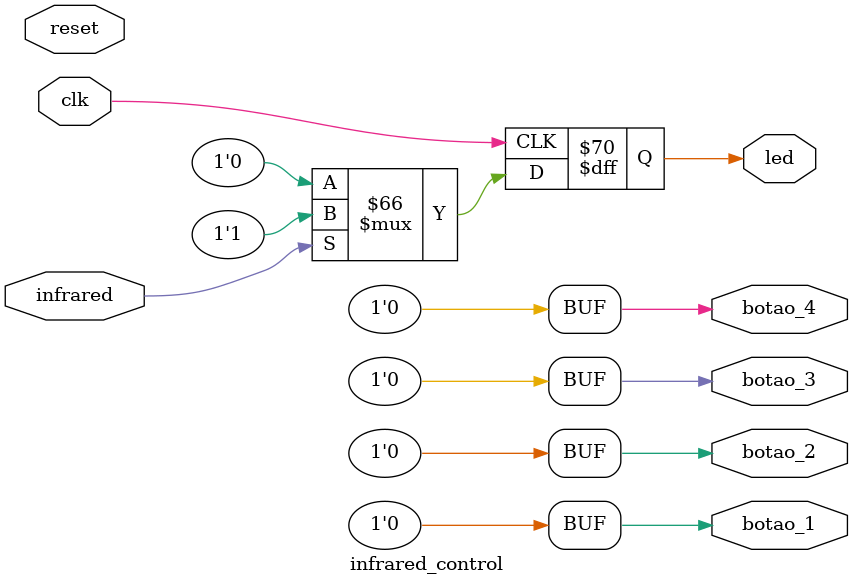
<source format=v>
module infrared_control(
   input infrared,     
   input clk,          
   input reset,        
   output reg led,     
   output reg botao_1, 
   output reg botao_2, 
   output reg botao_3, 
   output reg botao_4  
);
   integer count; 
   reg estado_atual;
   reg estado_prox;
   parameter IDLE  = 0; 
   parameter PRESS = 1; 
   parameter BOT14 = 2; 
   parameter BOT23 = 3; 
   parameter KEEP1 = 4; 
   parameter KEEP2 = 5; 
   parameter KEEP3 = 6; 
   parameter KEEP4 = 7; 
   parameter T_IGNOR = 57000; 
   parameter T_PRESS = 950;   
   always@(posedge clk) begin
      if(infrared == 1) begin
         led = 1;
      end
      else begin
         led = 0;
      end
   end
   always@(posedge clk)begin
      case(estado_atual)
         PRESS: count = count + 1;
         BOT14: count = count + 1;
         BOT23: count = count + 1;
         KEEP1: count = count + 1;
         KEEP2: count = count + 1;
         KEEP3: count = count + 1;
         KEEP4: count = count + 1;
         default: count = 0;
      endcase
   end
   always@(*) begin
      case(estado_atual)
         IDLE: begin
            if(infrared == 1) begin
               estado_prox = PRESS;
            end
            else begin
               estado_prox = IDLE;
            end
         end
         PRESS: begin
            if(count >= 130) begin
               if(infrared == 1) begin
                  estado_prox = BOT14;
               end
               else begin
                  estado_prox = BOT23;
               end
            end
            else begin
               estado_prox = PRESS;
            end
         end
         BOT14: begin
            if(count >= 190) begin
               if(infrared == 1) begin
                  estado_prox = KEEP4;
               end
               else begin
                  estado_prox = KEEP1;
               end
            end
            else begin
               estado_prox = BOT14;
            end
         end
         BOT23: begin
            if(count >= 170) begin
               if(infrared == 1) begin
                  estado_prox = KEEP3;
               end
               else begin
                  estado_prox = KEEP2;
               end
            end
            else begin
               estado_prox = BOT23;
            end
         end
         KEEP1: begin
            if(count >= T_IGNOR) begin
               estado_prox = IDLE;
            end
            else begin
               estado_prox = KEEP1;
            end
         end
         KEEP2: begin
            if(count >= T_IGNOR) begin
               estado_prox = IDLE;
            end
            else begin
               estado_prox = KEEP2;
            end
         end
         KEEP3: begin
            if(count >= T_IGNOR) begin
               estado_prox = IDLE;
            end
            else begin
               estado_prox = KEEP3;
            end
         end
         KEEP4: begin
            if(count >= T_IGNOR) begin
               estado_prox = IDLE;
            end
            else begin
               estado_prox = KEEP4;
            end
         end
         default: begin
            estado_prox = IDLE;
         end
      endcase
   end
   always@(posedge clk) begin
      if(reset) begin
         estado_atual <= IDLE;
      end
      else begin
         estado_atual <= estado_prox;
      end
   end
   always@(*) begin
      case(estado_atual)
         BOT14: begin
            if(count >= 190) begin
               if(infrared == 1) begin
                  botao_1 = 0;
                  botao_2 = 0;
                  botao_3 = 0;
                  botao_4 = 1;
               end
               else begin
                  botao_1 = 1;
                  botao_2 = 0;
                  botao_3 = 0;
                  botao_4 = 0;
               end
            end
            else begin
               botao_1 = 0;
               botao_2 = 0;
               botao_3 = 0;
               botao_4 = 0;
            end
         end
         BOT23: begin
            if(count >= 170) begin
               if(infrared == 1) begin
                  botao_1 = 0;
                  botao_2 = 0;
                  botao_3 = 1;
                  botao_4 = 0;
               end
               else begin
                  botao_1 = 0;
                  botao_2 = 1;
                  botao_3 = 0;
                  botao_4 = 0;
               end
            end
            else begin
               botao_1 = 0;
               botao_2 = 0;
               botao_3 = 0;
               botao_4 = 0;
            end
         end
         KEEP1: begin
            if(count >= T_PRESS) begin
               botao_1 = 0;
               botao_2 = 0;
               botao_3 = 0;
               botao_4 = 0;
            end
            else begin
               botao_1 = 1;
               botao_2 = 0;
               botao_3 = 0;
               botao_4 = 0;
            end
         end
         KEEP2: begin
            if(count >= T_PRESS) begin
               botao_1 = 0;
               botao_2 = 0;
               botao_3 = 0;
               botao_4 = 0;
            end
            else begin
               botao_1 = 0;
               botao_2 = 1;
               botao_3 = 0;
               botao_4 = 0;
            end
         end
         KEEP3: begin
            if(count >= T_PRESS) begin
               botao_1 = 0;
               botao_2 = 0;
               botao_3 = 0;
               botao_4 = 0;
            end
            else begin
               botao_1 = 0;
               botao_2 = 0;
               botao_3 = 1;
               botao_4 = 0;
            end
         end
         KEEP4: begin
            if(count >= T_PRESS) begin
               botao_1 = 0;
               botao_2 = 0;
               botao_3 = 0;
               botao_4 = 0;
            end
            else begin
               botao_1 = 0;
               botao_2 = 0;
               botao_3 = 0;
               botao_4 = 1;
            end
         end
         default: begin
            botao_1 = 0;
            botao_2 = 0;
            botao_3 = 0;
            botao_4 = 0;
         end
      endcase
   end
endmodule
</source>
